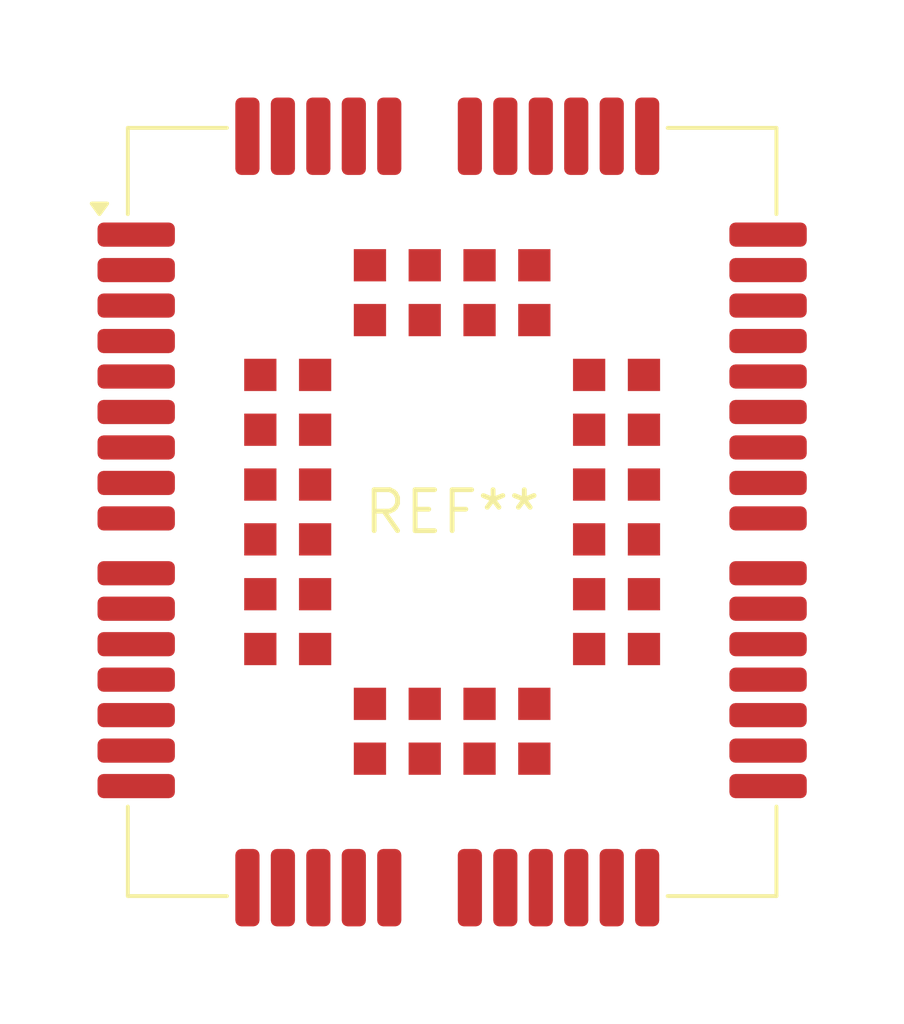
<source format=kicad_pcb>
(kicad_pcb (version 20240108) (generator pcbnew)
  (layers (0 "F.Cu" signal) (31 "B.Cu" signal) (34 "B.Paste" user) (35 "F.Paste" user) (36 "B.SilkS" user "B.Silkscreen") (37 "F.SilkS" user "F.Silkscreen") (38 "B.Mask" user) (39 "F.Mask" user) (44 "Edge.Cuts" user))
  (net 0 "")
  (footprint "Quectel_BC95" (layer "F.Cu") (at 0 0)
    (property "Reference" "REF**")
    (property "Value" "Quectel_BC95")
    (fp_line (start -10.06 -11.91) (end -10.06 -9.235) (layer "F.SilkS") (stroke (width 0.12)))
    (fp_line (start -10.06 -11.91) (end -6.985 -11.91) (layer "F.SilkS") (stroke (width 0.12)))
    (fp_line (start -10.06 9.135) (end -10.06 11.91) (layer "F.SilkS") (stroke (width 0.12)))
    (fp_line (start -10.06 11.91) (end -6.985 11.91) (layer "F.SilkS") (stroke (width 0.12)))
    (fp_line (start 6.685 -11.91) (end 10.06 -11.91) (layer "F.SilkS") (stroke (width 0.12)))
    (fp_line (start 6.685 11.91) (end 10.06 11.91) (layer "F.SilkS") (stroke (width 0.12)))
    (fp_line (start 10.06 -11.91) (end 10.06 -9.235) (layer "F.SilkS") (stroke (width 0.12)))
    (fp_line (start 10.06 11.91) (end 10.06 9.135) (layer "F.SilkS") (stroke (width 0.12)))
    (fp_poly (pts (xy -10.94 -9.235) (xy -11.18 -9.565) (xy -10.7 -9.565) (xy -10.94 -9.235)) (layer "F.SilkS") (stroke (width 0.12)) (fill solid))
    (pad "1" smd roundrect (at -9.8 -8.6) (size 2.4 0.75) (layers "F.Cu" "F.Mask"))
    (pad "2" smd roundrect (at -9.8 -7.5) (size 2.4 0.75) (layers "F.Cu" "F.Mask"))
    (pad "3" smd roundrect (at -9.8 -6.4) (size 2.4 0.75) (layers "F.Cu" "F.Mask"))
    (pad "4" smd roundrect (at -9.8 -5.3) (size 2.4 0.75) (layers "F.Cu" "F.Mask"))
    (pad "5" smd roundrect (at -9.8 -4.2) (size 2.4 0.75) (layers "F.Cu" "F.Mask"))
    (pad "6" smd roundrect (at -9.8 -3.1) (size 2.4 0.75) (layers "F.Cu" "F.Mask"))
    (pad "7" smd roundrect (at -9.8 -2) (size 2.4 0.75) (layers "F.Cu" "F.Mask"))
    (pad "8" smd roundrect (at -9.8 -0.9) (size 2.4 0.75) (layers "F.Cu" "F.Mask"))
    (pad "9" smd roundrect (at -9.8 0.2) (size 2.4 0.75) (layers "F.Cu" "F.Mask"))
    (pad "10" smd roundrect (at -9.8 1.9) (size 2.4 0.75) (layers "F.Cu" "F.Mask"))
    (pad "11" smd roundrect (at -9.8 3) (size 2.4 0.75) (layers "F.Cu" "F.Mask"))
    (pad "12" smd roundrect (at -9.8 4.1) (size 2.4 0.75) (layers "F.Cu" "F.Mask"))
    (pad "13" smd roundrect (at -9.8 5.2) (size 2.4 0.75) (layers "F.Cu" "F.Mask"))
    (pad "14" smd roundrect (at -9.8 6.3) (size 2.4 0.75) (layers "F.Cu" "F.Mask"))
    (pad "15" smd roundrect (at -9.8 7.4) (size 2.4 0.75) (layers "F.Cu" "F.Mask"))
    (pad "16" smd roundrect (at -9.8 8.5) (size 2.4 0.75) (layers "F.Cu" "F.Mask"))
    (pad "17" smd roundrect (at -6.35 11.65) (size 0.75 2.4) (layers "F.Cu" "F.Mask"))
    (pad "18" smd roundrect (at -5.25 11.65) (size 0.75 2.4) (layers "F.Cu" "F.Mask"))
    (pad "19" smd roundrect (at -4.15 11.65) (size 0.75 2.4) (layers "F.Cu" "F.Mask"))
    (pad "20" smd roundrect (at -3.05 11.65) (size 0.75 2.4) (layers "F.Cu" "F.Mask"))
    (pad "21" smd roundrect (at -1.95 11.65) (size 0.75 2.4) (layers "F.Cu" "F.Mask"))
    (pad "22" smd roundrect (at 0.55 11.65) (size 0.75 2.4) (layers "F.Cu" "F.Mask"))
    (pad "23" smd roundrect (at 1.65 11.65) (size 0.75 2.4) (layers "F.Cu" "F.Mask"))
    (pad "24" smd roundrect (at 2.75 11.65) (size 0.75 2.4) (layers "F.Cu" "F.Mask"))
    (pad "25" smd roundrect (at 3.85 11.65) (size 0.75 2.4) (layers "F.Cu" "F.Mask"))
    (pad "26" smd roundrect (at 4.95 11.65) (size 0.75 2.4) (layers "F.Cu" "F.Mask"))
    (pad "27" smd roundrect (at 6.05 11.65) (size 0.75 2.4) (layers "F.Cu" "F.Mask"))
    (pad "28" smd roundrect (at 9.8 8.5) (size 2.4 0.75) (layers "F.Cu" "F.Mask"))
    (pad "29" smd roundrect (at 9.8 7.4) (size 2.4 0.75) (layers "F.Cu" "F.Mask"))
    (pad "30" smd roundrect (at 9.8 6.3) (size 2.4 0.75) (layers "F.Cu" "F.Mask"))
    (pad "31" smd roundrect (at 9.8 5.2) (size 2.4 0.75) (layers "F.Cu" "F.Mask"))
    (pad "32" smd roundrect (at 9.8 4.1) (size 2.4 0.75) (layers "F.Cu" "F.Mask"))
    (pad "33" smd roundrect (at 9.8 3) (size 2.4 0.75) (layers "F.Cu" "F.Mask"))
    (pad "34" smd roundrect (at 9.8 1.9) (size 2.4 0.75) (layers "F.Cu" "F.Mask"))
    (pad "35" smd roundrect (at 9.8 0.2) (size 2.4 0.75) (layers "F.Cu" "F.Mask"))
    (pad "36" smd roundrect (at 9.8 -0.9) (size 2.4 0.75) (layers "F.Cu" "F.Mask"))
    (pad "37" smd roundrect (at 9.8 -2) (size 2.4 0.75) (layers "F.Cu" "F.Mask"))
    (pad "38" smd roundrect (at 9.8 -3.1) (size 2.4 0.75) (layers "F.Cu" "F.Mask"))
    (pad "39" smd roundrect (at 9.8 -4.2) (size 2.4 0.75) (layers "F.Cu" "F.Mask"))
    (pad "40" smd roundrect (at 9.8 -5.3) (size 2.4 0.75) (layers "F.Cu" "F.Mask"))
    (pad "41" smd roundrect (at 9.8 -6.4) (size 2.4 0.75) (layers "F.Cu" "F.Mask"))
    (pad "42" smd roundrect (at 9.8 -7.5) (size 2.4 0.75) (layers "F.Cu" "F.Mask"))
    (pad "43" smd roundrect (at 9.8 -8.6) (size 2.4 0.75) (layers "F.Cu" "F.Mask"))
    (pad "44" smd roundrect (at 6.05 -11.65) (size 0.75 2.4) (layers "F.Cu" "F.Mask"))
    (pad "45" smd roundrect (at 4.95 -11.65) (size 0.75 2.4) (layers "F.Cu" "F.Mask"))
    (pad "46" smd roundrect (at 3.85 -11.65) (size 0.75 2.4) (layers "F.Cu" "F.Mask"))
    (pad "47" smd roundrect (at 2.75 -11.65) (size 0.75 2.4) (layers "F.Cu" "F.Mask"))
    (pad "48" smd roundrect (at 1.65 -11.65) (size 0.75 2.4) (layers "F.Cu" "F.Mask"))
    (pad "49" smd roundrect (at 0.55 -11.65) (size 0.75 2.4) (layers "F.Cu" "F.Mask"))
    (pad "50" smd roundrect (at -1.95 -11.65) (size 0.75 2.4) (layers "F.Cu" "F.Mask"))
    (pad "51" smd roundrect (at -3.05 -11.65) (size 0.75 2.4) (layers "F.Cu" "F.Mask"))
    (pad "52" smd roundrect (at -4.15 -11.65) (size 0.75 2.4) (layers "F.Cu" "F.Mask"))
    (pad "53" smd roundrect (at -5.25 -11.65) (size 0.75 2.4) (layers "F.Cu" "F.Mask"))
    (pad "54" smd roundrect (at -6.35 -11.65) (size 0.75 2.4) (layers "F.Cu" "F.Mask"))
    (pad "55" smd rect (at -5.95 -4.25) (size 1 1) (layers "F.Cu" "F.Mask"))
    (pad "56" smd rect (at -5.95 -2.55) (size 1 1) (layers "F.Cu" "F.Mask"))
    (pad "57" smd rect (at -5.95 -0.85) (size 1 1) (layers "F.Cu" "F.Mask"))
    (pad "58" smd rect (at -5.95 0.85) (size 1 1) (layers "F.Cu" "F.Mask"))
    (pad "59" smd rect (at -5.95 2.55) (size 1 1) (layers "F.Cu" "F.Mask"))
    (pad "60" smd rect (at -5.95 4.25) (size 1 1) (layers "F.Cu" "F.Mask"))
    (pad "61" smd rect (at -2.55 7.65) (size 1 1) (layers "F.Cu" "F.Mask"))
    (pad "62" smd rect (at -0.85 7.65) (size 1 1) (layers "F.Cu" "F.Mask"))
    (pad "63" smd rect (at 0.85 7.65) (size 1 1) (layers "F.Cu" "F.Mask"))
    (pad "64" smd rect (at 2.55 7.65) (size 1 1) (layers "F.Cu" "F.Mask"))
    (pad "65" smd rect (at 5.95 4.25) (size 1 1) (layers "F.Cu" "F.Mask"))
    (pad "66" smd rect (at 5.95 2.55) (size 1 1) (layers "F.Cu" "F.Mask"))
    (pad "67" smd rect (at 5.95 0.85) (size 1 1) (layers "F.Cu" "F.Mask"))
    (pad "68" smd rect (at 5.95 -0.85) (size 1 1) (layers "F.Cu" "F.Mask"))
    (pad "69" smd rect (at 5.95 -2.55) (size 1 1) (layers "F.Cu" "F.Mask"))
    (pad "70" smd rect (at 5.95 -4.25) (size 1 1) (layers "F.Cu" "F.Mask"))
    (pad "71" smd rect (at 2.55 -7.65) (size 1 1) (layers "F.Cu" "F.Mask"))
    (pad "72" smd rect (at 0.85 -7.65) (size 1 1) (layers "F.Cu" "F.Mask"))
    (pad "73" smd rect (at -0.85 -7.65) (size 1 1) (layers "F.Cu" "F.Mask"))
    (pad "74" smd rect (at -2.55 -7.65) (size 1 1) (layers "F.Cu" "F.Mask"))
    (pad "75" smd rect (at -4.25 -4.25) (size 1 1) (layers "F.Cu" "F.Mask"))
    (pad "76" smd rect (at -4.25 -2.55) (size 1 1) (layers "F.Cu" "F.Mask"))
    (pad "77" smd rect (at -4.25 -0.85) (size 1 1) (layers "F.Cu" "F.Mask"))
    (pad "78" smd rect (at -4.25 0.85) (size 1 1) (layers "F.Cu" "F.Mask"))
    (pad "79" smd rect (at -4.25 2.55) (size 1 1) (layers "F.Cu" "F.Mask"))
    (pad "80" smd rect (at -4.25 4.25) (size 1 1) (layers "F.Cu" "F.Mask"))
    (pad "81" smd rect (at -2.55 5.95) (size 1 1) (layers "F.Cu" "F.Mask"))
    (pad "82" smd rect (at -0.85 5.95) (size 1 1) (layers "F.Cu" "F.Mask"))
    (pad "83" smd rect (at 0.85 5.95) (size 1 1) (layers "F.Cu" "F.Mask"))
    (pad "84" smd rect (at 2.55 5.95) (size 1 1) (layers "F.Cu" "F.Mask"))
    (pad "85" smd rect (at 4.25 4.25) (size 1 1) (layers "F.Cu" "F.Mask"))
    (pad "86" smd rect (at 4.25 2.55) (size 1 1) (layers "F.Cu" "F.Mask"))
    (pad "87" smd rect (at 4.25 0.85) (size 1 1) (layers "F.Cu" "F.Mask"))
    (pad "88" smd rect (at 4.25 -0.85) (size 1 1) (layers "F.Cu" "F.Mask"))
    (pad "89" smd rect (at 4.25 -2.55) (size 1 1) (layers "F.Cu" "F.Mask"))
    (pad "90" smd rect (at 4.25 -4.25) (size 1 1) (layers "F.Cu" "F.Mask"))
    (pad "91" smd rect (at 2.55 -5.95) (size 1 1) (layers "F.Cu" "F.Mask"))
    (pad "92" smd rect (at 0.85 -5.95) (size 1 1) (layers "F.Cu" "F.Mask"))
    (pad "93" smd rect (at -0.85 -5.95) (size 1 1) (layers "F.Cu" "F.Mask"))
    (pad "94" smd rect (at -2.55 -5.95) (size 1 1) (layers "F.Cu" "F.Mask"))
  )
)
</source>
